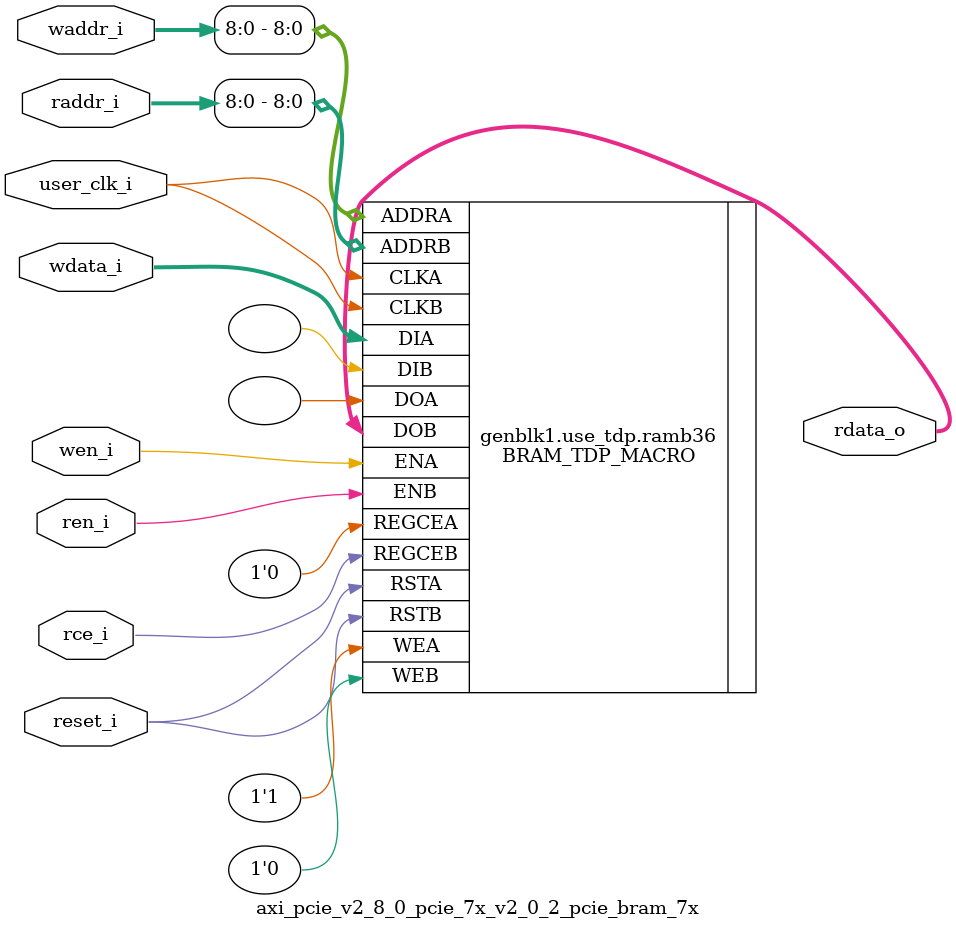
<source format=v>

`timescale 1ps/1ps

module axi_pcie_v2_8_0_pcie_7x_v2_0_2_pcie_bram_7x
  #(
    parameter [3:0]  LINK_CAP_MAX_LINK_SPEED = 4'h1,        // PCIe Link Speed : 1 - 2.5 GT/s; 2 - 5.0 GT/s
    parameter [5:0]  LINK_CAP_MAX_LINK_WIDTH = 6'h08,       // PCIe Link Width : 1 / 2 / 4 / 8
    parameter IMPL_TARGET = "HARD",                         // the implementation target : HARD, SOFT
    parameter DOB_REG = 0,                                  // 1 - use the output register;
                                                            // 0 - don't use the output register
    parameter WIDTH = 0                                     // supported WIDTH's : 4, 9, 18, 36 - uses RAMB36
                                                            //                     72 - uses RAMB36SDP
    )
    (
     input               user_clk_i,// user clock
     input               reset_i,   // bram reset

     input               wen_i,     // write enable
     input [12:0]        waddr_i,   // write address
     input [WIDTH - 1:0] wdata_i,   // write data

     input               ren_i,     // read enable
     input               rce_i,     // output register clock enable
     input [12:0]        raddr_i,   // read address

     output [WIDTH - 1:0] rdata_o   // read data
     );

   // map the address bits
   localparam ADDR_MSB = ((WIDTH == 4)  ? 12 :
                          (WIDTH == 9)  ? 11 :
                          (WIDTH == 18) ? 10 :
                          (WIDTH == 36) ?  9 :
                                           8
                          );

   // set the width of the tied off low address bits
   localparam ADDR_LO_BITS = ((WIDTH == 4)  ? 2 :
                              (WIDTH == 9)  ? 3 :
                              (WIDTH == 18) ? 4 :
                              (WIDTH == 36) ? 5 :
                                              0 // for WIDTH 72 use RAMB36SDP
                              );

   // map the data bits
   localparam D_MSB =  ((WIDTH == 4)  ?  3 :
                        (WIDTH == 9)  ?  7 :
                        (WIDTH == 18) ? 15 :
                        (WIDTH == 36) ? 31 :
                                        63
                        );

   // map the data parity bits
   localparam DP_LSB =  D_MSB + 1;

   localparam DP_MSB =  ((WIDTH == 4)  ? 4 :
                         (WIDTH == 9)  ? 8 :
                         (WIDTH == 18) ? 17 :
                         (WIDTH == 36) ? 35 :
                                         71
                        );

   localparam DPW = DP_MSB - DP_LSB + 1;
   localparam WRITE_MODE = ((WIDTH == 72) && (!((LINK_CAP_MAX_LINK_SPEED == 4'h2) && (LINK_CAP_MAX_LINK_WIDTH == 6'h08)))) ? "WRITE_FIRST" :
                           ((LINK_CAP_MAX_LINK_SPEED == 4'h2) && (LINK_CAP_MAX_LINK_WIDTH == 6'h08)) ? "WRITE_FIRST" : "NO_CHANGE";

   localparam DEVICE = (IMPL_TARGET == "HARD") ? "7SERIES" : "VIRTEX6";
   localparam BRAM_SIZE = "36Kb";

   localparam WE_WIDTH =(DEVICE == "VIRTEX5" || DEVICE == "VIRTEX6" || DEVICE == "7SERIES") ?
                            ((WIDTH <= 9) ? 1 :
                             (WIDTH > 9 && WIDTH <= 18) ? 2 :
                             (WIDTH > 18 && WIDTH <= 36) ? 4 :
                             (WIDTH > 36 && WIDTH <= 72) ? 8 :
                             (BRAM_SIZE == "18Kb") ? 4 : 8 ) : 8;

   //synthesis translate_off
   initial begin
      //$display("[%t] %m DOB_REG %0d WIDTH %0d ADDR_MSB %0d ADDR_LO_BITS %0d DP_MSB %0d DP_LSB %0d D_MSB %0d",
      //          $time, DOB_REG,   WIDTH,    ADDR_MSB,    ADDR_LO_BITS,    DP_MSB,    DP_LSB,    D_MSB);

      case (WIDTH)
        4,9,18,36,72:;
        default:
          begin
             $display("[%t] %m Error WIDTH %0d not supported", $time, WIDTH);
             $finish;
          end
      endcase // case (WIDTH)
   end
   //synthesis translate_on

   generate
   if ((LINK_CAP_MAX_LINK_WIDTH == 6'h08 && LINK_CAP_MAX_LINK_SPEED == 4'h2) || (WIDTH == 72)) begin : use_sdp
        BRAM_SDP_MACRO #(
               .DEVICE        (DEVICE),
               .BRAM_SIZE     (BRAM_SIZE),
               .DO_REG        (DOB_REG),
               .READ_WIDTH    (WIDTH),
               .WRITE_WIDTH   (WIDTH),
               .WRITE_MODE    (WRITE_MODE)
               )
        ramb36sdp(
               .DO             (rdata_o[WIDTH-1:0]),
               .DI             (wdata_i[WIDTH-1:0]),
               .RDADDR         (raddr_i[ADDR_MSB:0]),
               .RDCLK          (user_clk_i),
               .RDEN           (ren_i),
               .REGCE          (rce_i),
               .RST            (reset_i),
               .WE             ({WE_WIDTH{1'b1}}),
               .WRADDR         (waddr_i[ADDR_MSB:0]),
               .WRCLK          (user_clk_i),
               .WREN           (wen_i)
               );

    end  // block: use_sdp
    else if (WIDTH <= 36) begin : use_tdp
    // use RAMB36's if the width is 4, 9, 18, or 36
        BRAM_TDP_MACRO #(
               .DEVICE        (DEVICE),
               .BRAM_SIZE     (BRAM_SIZE),
               .DOA_REG       (0),
               .DOB_REG       (DOB_REG),
               .READ_WIDTH_A  (WIDTH),
               .READ_WIDTH_B  (WIDTH),
               .WRITE_WIDTH_A (WIDTH),
               .WRITE_WIDTH_B (WIDTH),
               .WRITE_MODE_A  (WRITE_MODE)
               )
        ramb36(
               .DOA            (),
               .DOB            (rdata_o[WIDTH-1:0]),
               .ADDRA          (waddr_i[ADDR_MSB:0]),
               .ADDRB          (raddr_i[ADDR_MSB:0]),
               .CLKA           (user_clk_i),
               .CLKB           (user_clk_i),
               .DIA            (wdata_i[WIDTH-1:0]),
               .DIB            ({WIDTH{1'b0}}),
               .ENA            (wen_i),
               .ENB            (ren_i),
               .REGCEA         (1'b0),
               .REGCEB         (rce_i),
               .RSTA           (reset_i),
               .RSTB           (reset_i),
               .WEA            ({WE_WIDTH{1'b1}}),
               .WEB            ({WE_WIDTH{1'b0}})
               );
   end // block: use_tdp
   endgenerate

endmodule // pcie_bram_7x


</source>
